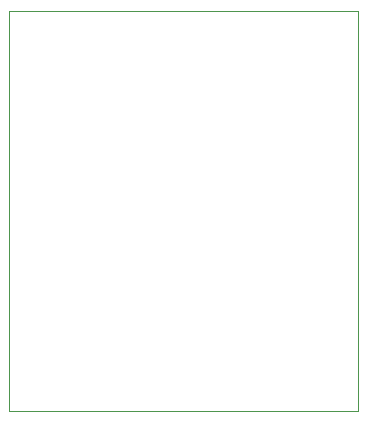
<source format=gm1>
G04 #@! TF.GenerationSoftware,KiCad,Pcbnew,7.0.9-7.0.9~ubuntu22.04.1*
G04 #@! TF.CreationDate,2023-12-29T17:52:02+00:00*
G04 #@! TF.ProjectId,driver_test,64726976-6572-45f7-9465-73742e6b6963,rev?*
G04 #@! TF.SameCoordinates,Original*
G04 #@! TF.FileFunction,Profile,NP*
%FSLAX46Y46*%
G04 Gerber Fmt 4.6, Leading zero omitted, Abs format (unit mm)*
G04 Created by KiCad (PCBNEW 7.0.9-7.0.9~ubuntu22.04.1) date 2023-12-29 17:52:02*
%MOMM*%
%LPD*%
G01*
G04 APERTURE LIST*
G04 #@! TA.AperFunction,Profile*
%ADD10C,0.100000*%
G04 #@! TD*
G04 APERTURE END LIST*
D10*
X29530000Y5000D02*
X29530000Y20330000D01*
X14260000Y5000D02*
X29510000Y5000D01*
X0Y33930000D02*
X29540000Y33930000D01*
X29530000Y20330000D02*
X29540000Y33930000D01*
X0Y20330000D02*
X0Y33930000D01*
X14260000Y5000D02*
X0Y0D01*
X0Y20330000D02*
X0Y0D01*
M02*

</source>
